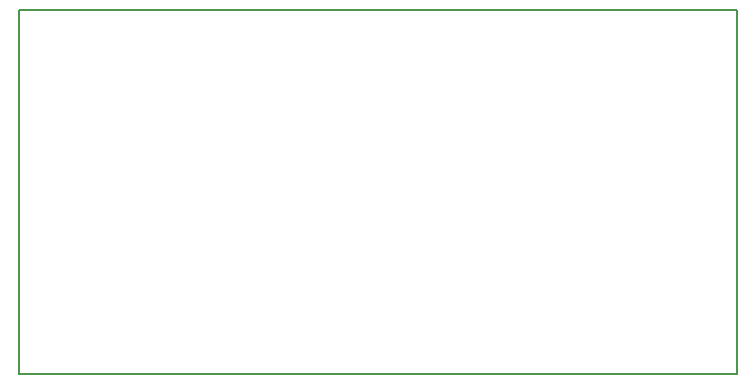
<source format=gm1>
G04 MADE WITH FRITZING*
G04 WWW.FRITZING.ORG*
G04 DOUBLE SIDED*
G04 HOLES PLATED*
G04 CONTOUR ON CENTER OF CONTOUR VECTOR*
%ASAXBY*%
%FSLAX23Y23*%
%MOIN*%
%OFA0B0*%
%SFA1.0B1.0*%
%ADD10R,2.401570X1.220470*%
%ADD11C,0.008000*%
%ADD10C,0.008*%
%LNCONTOUR*%
G90*
G70*
G54D10*
G54D11*
X4Y1216D02*
X2398Y1216D01*
X2398Y4D01*
X4Y4D01*
X4Y1216D01*
D02*
G04 End of contour*
M02*
</source>
